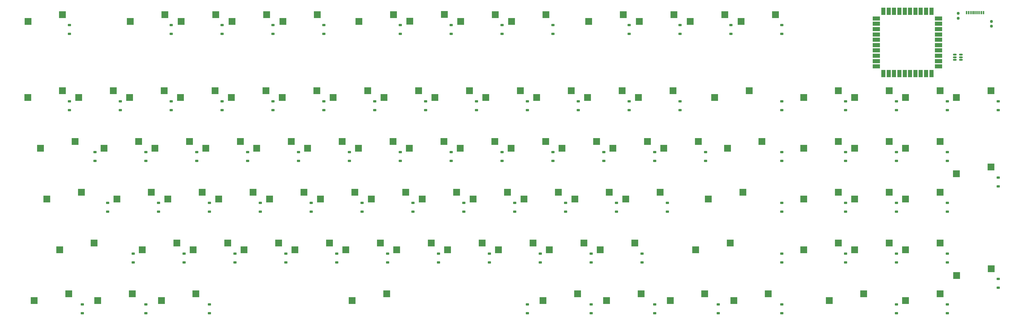
<source format=gbr>
G04 #@! TF.GenerationSoftware,KiCad,Pcbnew,8.0.6*
G04 #@! TF.CreationDate,2024-12-17T20:07:01+11:00*
G04 #@! TF.ProjectId,keyboard,6b657962-6f61-4726-942e-6b696361645f,rev?*
G04 #@! TF.SameCoordinates,Original*
G04 #@! TF.FileFunction,Paste,Bot*
G04 #@! TF.FilePolarity,Positive*
%FSLAX46Y46*%
G04 Gerber Fmt 4.6, Leading zero omitted, Abs format (unit mm)*
G04 Created by KiCad (PCBNEW 8.0.6) date 2024-12-17 20:07:01*
%MOMM*%
%LPD*%
G01*
G04 APERTURE LIST*
G04 Aperture macros list*
%AMRoundRect*
0 Rectangle with rounded corners*
0 $1 Rounding radius*
0 $2 $3 $4 $5 $6 $7 $8 $9 X,Y pos of 4 corners*
0 Add a 4 corners polygon primitive as box body*
4,1,4,$2,$3,$4,$5,$6,$7,$8,$9,$2,$3,0*
0 Add four circle primitives for the rounded corners*
1,1,$1+$1,$2,$3*
1,1,$1+$1,$4,$5*
1,1,$1+$1,$6,$7*
1,1,$1+$1,$8,$9*
0 Add four rect primitives between the rounded corners*
20,1,$1+$1,$2,$3,$4,$5,0*
20,1,$1+$1,$4,$5,$6,$7,0*
20,1,$1+$1,$6,$7,$8,$9,0*
20,1,$1+$1,$8,$9,$2,$3,0*%
G04 Aperture macros list end*
%ADD10R,2.550000X2.500000*%
%ADD11RoundRect,0.225000X0.375000X-0.225000X0.375000X0.225000X-0.375000X0.225000X-0.375000X-0.225000X0*%
%ADD12R,1.500000X2.800000*%
%ADD13R,2.800000X1.500000*%
%ADD14RoundRect,0.237500X-0.237500X0.250000X-0.237500X-0.250000X0.237500X-0.250000X0.237500X0.250000X0*%
%ADD15RoundRect,0.150000X0.512500X0.150000X-0.512500X0.150000X-0.512500X-0.150000X0.512500X-0.150000X0*%
%ADD16R,0.600000X1.240000*%
%ADD17R,0.300000X1.240000*%
G04 APERTURE END LIST*
D10*
X139490000Y-58185000D03*
X152417000Y-55645000D03*
X158540000Y-58185000D03*
X171467000Y-55645000D03*
X82340000Y-58185000D03*
X95267000Y-55645000D03*
X273176706Y-29584520D03*
X286103706Y-27044520D03*
X315702500Y-77235000D03*
X328629500Y-74695000D03*
X25190000Y-58185000D03*
X38117000Y-55645000D03*
X239502500Y-115335000D03*
X252429500Y-112795000D03*
X172827500Y-96285000D03*
X185754500Y-93745000D03*
X334752500Y-77235000D03*
X347679500Y-74695000D03*
X334752500Y-115335000D03*
X347679500Y-112795000D03*
X220452500Y-115335000D03*
X233379500Y-112795000D03*
X110915000Y-77235000D03*
X123842000Y-74695000D03*
X63290000Y-58185000D03*
X76217000Y-55645000D03*
X25245000Y-29665000D03*
X38172000Y-27125000D03*
X168065000Y-77235000D03*
X180992000Y-74695000D03*
X353802500Y-115335000D03*
X366729500Y-112795000D03*
X241883750Y-134385000D03*
X254810750Y-131845000D03*
X235165000Y-29585000D03*
X248092000Y-27045000D03*
X289508750Y-134385000D03*
X302435750Y-131845000D03*
X27571250Y-134385000D03*
X40498250Y-131845000D03*
X215690000Y-58185000D03*
X228617000Y-55645000D03*
X334752500Y-96285000D03*
X347679500Y-93745000D03*
X87102500Y-115335000D03*
X100029500Y-112795000D03*
X115677500Y-96285000D03*
X128604500Y-93745000D03*
X182352500Y-115335000D03*
X195279500Y-112795000D03*
X353802500Y-77235000D03*
X366729500Y-74695000D03*
X249027500Y-96285000D03*
X261954500Y-93745000D03*
X187261209Y-29593694D03*
X200188209Y-27053694D03*
X279983750Y-96285000D03*
X292910750Y-93745000D03*
X253790000Y-58185000D03*
X266717000Y-55645000D03*
X206261209Y-29593694D03*
X219188209Y-27053694D03*
X292216706Y-29584520D03*
X305143706Y-27044520D03*
X72815000Y-77235000D03*
X85742000Y-74695000D03*
X275221250Y-115335000D03*
X288148250Y-112795000D03*
X201402500Y-115335000D03*
X214329500Y-112795000D03*
X144252500Y-115335000D03*
X157179500Y-112795000D03*
X234740000Y-58185000D03*
X247667000Y-55645000D03*
X134727500Y-96285000D03*
X147654500Y-93745000D03*
X353802500Y-58185000D03*
X366729500Y-55645000D03*
X254176706Y-29584520D03*
X267103706Y-27044520D03*
X53765000Y-77235000D03*
X66692000Y-74695000D03*
X91865000Y-77235000D03*
X104792000Y-74695000D03*
X106152500Y-115335000D03*
X119079500Y-112795000D03*
X244265000Y-77235000D03*
X257192000Y-74695000D03*
X44240000Y-58185000D03*
X57167000Y-55645000D03*
X146633750Y-134385000D03*
X159560750Y-131845000D03*
X187115000Y-77235000D03*
X200042000Y-74695000D03*
X325227500Y-134385000D03*
X338154500Y-131845000D03*
X229977500Y-96285000D03*
X242904500Y-93745000D03*
X315702500Y-96285000D03*
X328629500Y-93745000D03*
X32333750Y-96285000D03*
X45260750Y-93745000D03*
X120440000Y-58185000D03*
X133367000Y-55645000D03*
X101390000Y-58185000D03*
X114317000Y-55645000D03*
X63594475Y-29637388D03*
X76521475Y-27097388D03*
X265696250Y-134385000D03*
X278623250Y-131845000D03*
X218071250Y-134385000D03*
X230998250Y-131845000D03*
X75196250Y-134385000D03*
X88123250Y-131845000D03*
X315702500Y-115335000D03*
X328629500Y-112795000D03*
X287127500Y-77235000D03*
X300054500Y-74695000D03*
X372852500Y-58185000D03*
X385779500Y-55645000D03*
X68052500Y-115335000D03*
X80979500Y-112795000D03*
X353802500Y-96285000D03*
X366729500Y-93745000D03*
X210927500Y-96285000D03*
X223854500Y-93745000D03*
X177590000Y-58185000D03*
X190517000Y-55645000D03*
X263315000Y-77235000D03*
X276242000Y-74695000D03*
X372859143Y-86743423D03*
X385786143Y-84203423D03*
X163302500Y-115335000D03*
X176229500Y-112795000D03*
X206165000Y-77235000D03*
X219092000Y-74695000D03*
X96627500Y-96285000D03*
X109554500Y-93745000D03*
X372915000Y-124960000D03*
X385842000Y-122420000D03*
X149165000Y-29585000D03*
X162092000Y-27045000D03*
X82632347Y-29596106D03*
X95559347Y-27056106D03*
X51383750Y-134385000D03*
X64310750Y-131845000D03*
X315702500Y-58185000D03*
X328629500Y-55645000D03*
X353802500Y-134385000D03*
X366729500Y-131845000D03*
X77577500Y-96285000D03*
X90504500Y-93745000D03*
X196640000Y-58185000D03*
X209567000Y-55645000D03*
X282365000Y-58185000D03*
X295292000Y-55645000D03*
X125202500Y-115335000D03*
X138129500Y-112795000D03*
X334752500Y-58185000D03*
X347679500Y-55645000D03*
X120665000Y-29585000D03*
X133592000Y-27045000D03*
X29952500Y-77235000D03*
X42879500Y-74695000D03*
X191877500Y-96285000D03*
X204804500Y-93745000D03*
X58527500Y-96285000D03*
X71454500Y-93745000D03*
X149015000Y-77235000D03*
X161942000Y-74695000D03*
X129965000Y-77235000D03*
X142892000Y-74695000D03*
X168197485Y-29578486D03*
X181124485Y-27038486D03*
X37096250Y-115335000D03*
X50023250Y-112795000D03*
X225215000Y-77235000D03*
X238142000Y-74695000D03*
X153777500Y-96285000D03*
X166704500Y-93745000D03*
X101665000Y-29585000D03*
X114592000Y-27045000D03*
D11*
X40800000Y-62875000D03*
X40800000Y-59575000D03*
X107475000Y-81925000D03*
X107475000Y-78625000D03*
X264637500Y-100975000D03*
X264637500Y-97675000D03*
X236062500Y-139075000D03*
X236062500Y-135775000D03*
X78900000Y-62875000D03*
X78900000Y-59575000D03*
X250350000Y-62875000D03*
X250350000Y-59575000D03*
X136050000Y-34300000D03*
X136050000Y-31000000D03*
X307500000Y-139075000D03*
X307500000Y-135775000D03*
X207487500Y-100975000D03*
X207487500Y-97675000D03*
X174150000Y-62875000D03*
X174150000Y-59575000D03*
X283687500Y-139075000D03*
X283687500Y-135775000D03*
X88425000Y-81925000D03*
X88425000Y-78625000D03*
X269400000Y-34300000D03*
X269400000Y-31000000D03*
X226537500Y-100975000D03*
X226537500Y-97675000D03*
X64612500Y-120025000D03*
X64612500Y-116725000D03*
D12*
X363500000Y-49150000D03*
X361500000Y-49150000D03*
X359500000Y-49150000D03*
X357500000Y-49150000D03*
X355500000Y-49150000D03*
X353500000Y-49150000D03*
X351500000Y-49150000D03*
X349500000Y-49150000D03*
X347500000Y-49150000D03*
X345500000Y-49150000D03*
D13*
X342850000Y-46500000D03*
X342850000Y-44500000D03*
X342850000Y-42500000D03*
X342850000Y-40500000D03*
X342850000Y-38500000D03*
X342850000Y-36500000D03*
X342850000Y-34500000D03*
X342850000Y-32500000D03*
X342850000Y-30500000D03*
X342850000Y-28500000D03*
D12*
X345500000Y-25850000D03*
X347500000Y-25850000D03*
X349500000Y-25850000D03*
X351500000Y-25850000D03*
X353500000Y-25850000D03*
X355500000Y-25850000D03*
X357500000Y-25850000D03*
X359500000Y-25850000D03*
X361500000Y-25850000D03*
X363500000Y-25850000D03*
D13*
X366150000Y-28500000D03*
X366150000Y-30500000D03*
X366150000Y-32500000D03*
X366150000Y-34500000D03*
X366150000Y-36500000D03*
X366150000Y-38500000D03*
X366150000Y-40500000D03*
X366150000Y-42500000D03*
X366150000Y-44500000D03*
X366150000Y-46500000D03*
D11*
X97950000Y-34300000D03*
X97950000Y-31000000D03*
X202725000Y-81925000D03*
X202725000Y-78625000D03*
X350362500Y-100975000D03*
X350362500Y-97675000D03*
X240825000Y-81925000D03*
X240825000Y-78625000D03*
X117000000Y-34300000D03*
X117000000Y-31000000D03*
X78900000Y-34300000D03*
X78900000Y-31000000D03*
X350362500Y-81925000D03*
X350362500Y-78625000D03*
X307500000Y-34300000D03*
X307500000Y-31000000D03*
X350362500Y-139075000D03*
X350362500Y-135775000D03*
X212250000Y-139075000D03*
X212250000Y-135775000D03*
X278925000Y-81925000D03*
X278925000Y-78625000D03*
X59850000Y-62875000D03*
X59850000Y-59575000D03*
X83662500Y-120025000D03*
X83662500Y-116725000D03*
X69375000Y-139075000D03*
X69375000Y-135775000D03*
X369412500Y-62875000D03*
X369412500Y-59575000D03*
X269400000Y-62875000D03*
X269400000Y-59575000D03*
X255112500Y-120025000D03*
X255112500Y-116725000D03*
X388462500Y-62875000D03*
X388462500Y-59575000D03*
X55087500Y-100975000D03*
X55087500Y-97675000D03*
X97950000Y-62875000D03*
X97950000Y-59575000D03*
X188437500Y-100975000D03*
X188437500Y-97675000D03*
X178912500Y-120025000D03*
X178912500Y-116725000D03*
X193200000Y-62875000D03*
X193200000Y-59575000D03*
X212250000Y-62875000D03*
X212250000Y-59575000D03*
X164625000Y-34300000D03*
X164625000Y-31000000D03*
X183675000Y-81925000D03*
X183675000Y-78625000D03*
X245587500Y-100975000D03*
X245587500Y-97675000D03*
X112237500Y-100975000D03*
X112237500Y-97675000D03*
X259875000Y-139075000D03*
X259875000Y-135775000D03*
X150337500Y-100975000D03*
X150337500Y-97675000D03*
D14*
X373500000Y-26587500D03*
X373500000Y-28412500D03*
D11*
X159862500Y-120025000D03*
X159862500Y-116725000D03*
X388462500Y-129500000D03*
X388462500Y-126200000D03*
X202725000Y-34300000D03*
X202725000Y-31000000D03*
D15*
X374500000Y-42100000D03*
X374500000Y-43050000D03*
X374500000Y-44000000D03*
X372225000Y-44000000D03*
X372225000Y-43050000D03*
X372225000Y-42100000D03*
D11*
X117000000Y-62875000D03*
X117000000Y-59575000D03*
X259875000Y-81925000D03*
X259875000Y-78625000D03*
X307500000Y-100975000D03*
X307500000Y-97675000D03*
X369412500Y-139075000D03*
X369412500Y-135775000D03*
X369412500Y-81925000D03*
X369412500Y-78625000D03*
X183675000Y-34300000D03*
X183675000Y-31000000D03*
X388462500Y-91500000D03*
X388462500Y-88200000D03*
D14*
X386000000Y-29587500D03*
X386000000Y-31412500D03*
D11*
X93187500Y-139075000D03*
X93187500Y-135775000D03*
X350362500Y-120025000D03*
X350362500Y-116725000D03*
X231300000Y-62875000D03*
X231300000Y-59575000D03*
X331312500Y-81925000D03*
X331312500Y-78625000D03*
X307500000Y-62875000D03*
X307500000Y-59575000D03*
X164625000Y-81925000D03*
X164625000Y-78625000D03*
X307500000Y-81925000D03*
X307500000Y-78625000D03*
X197962500Y-120025000D03*
X197962500Y-116725000D03*
X131287500Y-100975000D03*
X131287500Y-97675000D03*
X102712500Y-120025000D03*
X102712500Y-116725000D03*
X250350000Y-34300000D03*
X250350000Y-31000000D03*
X236062500Y-120025000D03*
X236062500Y-116725000D03*
X40800000Y-34300000D03*
X40800000Y-31000000D03*
X331312500Y-120025000D03*
X331312500Y-116725000D03*
X331312500Y-100975000D03*
X331312500Y-97675000D03*
X369412500Y-120025000D03*
X369412500Y-116725000D03*
X331312500Y-62875000D03*
X331312500Y-59575000D03*
X74137500Y-100975000D03*
X74137500Y-97675000D03*
X217012500Y-120025000D03*
X217012500Y-116725000D03*
X169387500Y-100975000D03*
X169387500Y-97675000D03*
X369412500Y-100975000D03*
X369412500Y-97675000D03*
X126525000Y-81925000D03*
X126525000Y-78625000D03*
X121762500Y-120025000D03*
X121762500Y-116725000D03*
X155100000Y-62875000D03*
X155100000Y-59575000D03*
X140812500Y-120025000D03*
X140812500Y-116725000D03*
X69375000Y-81925000D03*
X69375000Y-78625000D03*
X288450000Y-34300000D03*
X288450000Y-31000000D03*
X45562500Y-139075000D03*
X45562500Y-135775000D03*
X136050000Y-62875000D03*
X136050000Y-59575000D03*
X221775000Y-34300000D03*
X221775000Y-31000000D03*
X93187500Y-100975000D03*
X93187500Y-97675000D03*
X145575000Y-81925000D03*
X145575000Y-78625000D03*
X50325000Y-81925000D03*
X50325000Y-78625000D03*
X307500000Y-120025000D03*
X307500000Y-116725000D03*
X221775000Y-81925000D03*
X221775000Y-78625000D03*
D16*
X376620000Y-26300000D03*
X377420000Y-26300000D03*
D17*
X378570000Y-26300000D03*
X379570000Y-26300000D03*
X380070000Y-26300000D03*
X381070000Y-26300000D03*
D16*
X382220000Y-26300000D03*
X383020000Y-26300000D03*
X383020000Y-26300000D03*
X382220000Y-26300000D03*
D17*
X381570000Y-26300000D03*
X380570000Y-26300000D03*
X379070000Y-26300000D03*
X378070000Y-26300000D03*
D16*
X377420000Y-26300000D03*
X376620000Y-26300000D03*
D11*
X350362500Y-62875000D03*
X350362500Y-59575000D03*
M02*

</source>
